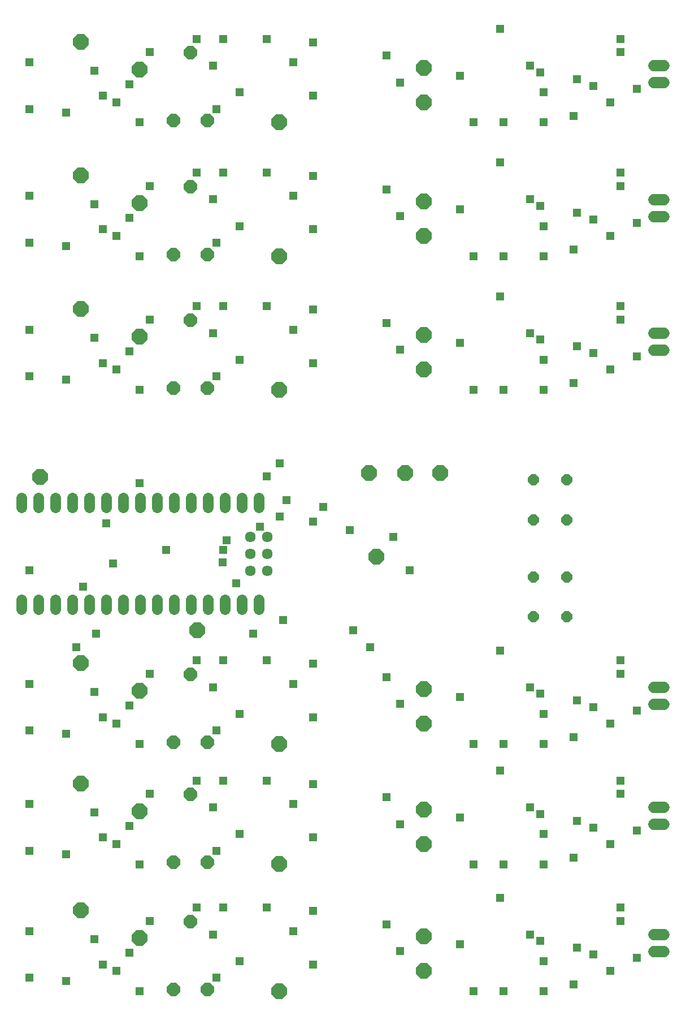
<source format=gbs>
G75*
%MOIN*%
%OFA0B0*%
%FSLAX25Y25*%
%IPPOS*%
%LPD*%
%AMOC8*
5,1,8,0,0,1.08239X$1,22.5*
%
%ADD10C,0.06000*%
%ADD11C,0.06800*%
%ADD12OC8,0.07000*%
%ADD13OC8,0.07800*%
%ADD14OC8,0.08500*%
%ADD15OC8,0.09300*%
%ADD16OC8,0.05600*%
%ADD17OC8,0.06400*%
%ADD18C,0.05550*%
%ADD19C,0.06350*%
%ADD20C,0.05550*%
%ADD21C,0.06350*%
%ADD22R,0.04362X0.04362*%
%ADD23R,0.05162X0.05162*%
D10*
X0430783Y0161013D02*
X0436783Y0161013D01*
X0436783Y0171013D02*
X0430783Y0171013D01*
X0430783Y0235816D02*
X0436783Y0235816D01*
X0436783Y0245816D02*
X0430783Y0245816D01*
X0430783Y0306682D02*
X0436783Y0306682D01*
X0436783Y0316682D02*
X0430783Y0316682D01*
X0430783Y0515343D02*
X0436783Y0515343D01*
X0436783Y0525343D02*
X0430783Y0525343D01*
X0430783Y0594083D02*
X0436783Y0594083D01*
X0436783Y0604083D02*
X0430783Y0604083D01*
X0430783Y0672824D02*
X0436783Y0672824D01*
X0436783Y0682824D02*
X0430783Y0682824D01*
D11*
X0436783Y0682824D01*
X0436783Y0672824D02*
X0430783Y0672824D01*
X0430783Y0604083D02*
X0436783Y0604083D01*
X0436783Y0594083D02*
X0430783Y0594083D01*
X0430783Y0525343D02*
X0436783Y0525343D01*
X0436783Y0515343D02*
X0430783Y0515343D01*
X0430783Y0316682D02*
X0436783Y0316682D01*
X0436783Y0306682D02*
X0430783Y0306682D01*
X0430783Y0245816D02*
X0436783Y0245816D01*
X0436783Y0235816D02*
X0430783Y0235816D01*
X0430783Y0171013D02*
X0436783Y0171013D01*
X0436783Y0161013D02*
X0430783Y0161013D01*
D12*
X0167287Y0138690D03*
X0147287Y0138690D03*
X0157287Y0178690D03*
X0147287Y0213493D03*
X0167287Y0213493D03*
X0157287Y0253493D03*
X0147287Y0284359D03*
X0167287Y0284359D03*
X0157287Y0324359D03*
X0147287Y0493020D03*
X0167287Y0493020D03*
X0157287Y0533020D03*
X0147287Y0571761D03*
X0167287Y0571761D03*
X0157287Y0611761D03*
X0147287Y0650501D03*
X0167287Y0650501D03*
X0157287Y0690501D03*
D13*
X0157287Y0690501D03*
X0147287Y0650501D03*
X0167287Y0650501D03*
X0157287Y0611761D03*
X0147287Y0571761D03*
X0167287Y0571761D03*
X0157287Y0533020D03*
X0147287Y0493020D03*
X0167287Y0493020D03*
X0157287Y0324359D03*
X0147287Y0284359D03*
X0167287Y0284359D03*
X0157287Y0253493D03*
X0147287Y0213493D03*
X0167287Y0213493D03*
X0157287Y0178690D03*
X0147287Y0138690D03*
X0167287Y0138690D03*
D14*
X0209807Y0137666D03*
X0209807Y0212469D03*
X0209807Y0283335D03*
X0161382Y0350265D03*
X0127366Y0314517D03*
X0092760Y0330894D03*
X0092760Y0260028D03*
X0127366Y0243650D03*
X0092760Y0185225D03*
X0127366Y0168847D03*
X0266972Y0393572D03*
X0262917Y0443099D03*
X0284138Y0443099D03*
X0304689Y0443099D03*
X0295161Y0503808D03*
X0295004Y0524280D03*
X0295161Y0582548D03*
X0295004Y0603020D03*
X0295161Y0661288D03*
X0295004Y0681761D03*
X0209807Y0649477D03*
X0209807Y0570737D03*
X0209807Y0491997D03*
X0127366Y0523178D03*
X0092760Y0539556D03*
X0127366Y0601918D03*
X0092760Y0618296D03*
X0127366Y0680658D03*
X0092760Y0697036D03*
X0068862Y0440501D03*
X0295004Y0315619D03*
X0295161Y0295146D03*
X0295004Y0244753D03*
X0295161Y0224280D03*
X0295004Y0169950D03*
X0295161Y0149477D03*
D15*
X0295161Y0149477D03*
X0295004Y0169950D03*
X0295161Y0224280D03*
X0295004Y0244753D03*
X0295161Y0295146D03*
X0295004Y0315619D03*
X0266972Y0393572D03*
X0262917Y0443099D03*
X0284138Y0443099D03*
X0304689Y0443099D03*
X0295161Y0503808D03*
X0295004Y0524280D03*
X0295161Y0582548D03*
X0295004Y0603020D03*
X0295161Y0661288D03*
X0295004Y0681761D03*
X0209807Y0649477D03*
X0209807Y0570737D03*
X0209807Y0491997D03*
X0127366Y0523178D03*
X0092760Y0539556D03*
X0127366Y0601918D03*
X0092760Y0618296D03*
X0127366Y0680658D03*
X0092760Y0697036D03*
X0068862Y0440501D03*
X0092760Y0330894D03*
X0127366Y0314517D03*
X0161382Y0350265D03*
X0209807Y0283335D03*
X0209807Y0212469D03*
X0209807Y0137666D03*
X0127366Y0168847D03*
X0092760Y0185225D03*
X0127366Y0243650D03*
X0092760Y0260028D03*
D16*
X0359810Y0358110D03*
X0359810Y0381710D03*
X0379410Y0381710D03*
X0379410Y0358110D03*
X0379410Y0415197D03*
X0379410Y0438797D03*
X0359810Y0438797D03*
X0359810Y0415197D03*
D17*
X0359810Y0415197D03*
X0359810Y0438797D03*
X0379410Y0438797D03*
X0379410Y0415197D03*
X0379410Y0381710D03*
X0379410Y0358110D03*
X0359810Y0358110D03*
X0359810Y0381710D03*
D18*
X0197917Y0368118D02*
X0197917Y0362569D01*
X0187917Y0362569D02*
X0187917Y0368118D01*
X0177917Y0368118D02*
X0177917Y0362569D01*
X0167917Y0362569D02*
X0167917Y0368118D01*
X0157917Y0368118D02*
X0157917Y0362569D01*
X0147917Y0362569D02*
X0147917Y0368118D01*
X0137917Y0368118D02*
X0137917Y0362569D01*
X0127917Y0362569D02*
X0127917Y0368118D01*
X0117917Y0368118D02*
X0117917Y0362569D01*
X0107917Y0362569D02*
X0107917Y0368118D01*
X0097917Y0368118D02*
X0097917Y0362569D01*
X0087917Y0362569D02*
X0087917Y0368118D01*
X0077917Y0368118D02*
X0077917Y0362569D01*
X0067917Y0362569D02*
X0067917Y0368118D01*
X0057917Y0368118D02*
X0057917Y0362569D01*
X0057917Y0422569D02*
X0057917Y0428118D01*
X0067917Y0428118D02*
X0067917Y0422569D01*
X0077917Y0422569D02*
X0077917Y0428118D01*
X0087917Y0428118D02*
X0087917Y0422569D01*
X0097917Y0422569D02*
X0097917Y0428118D01*
X0107917Y0428118D02*
X0107917Y0422569D01*
X0117917Y0422569D02*
X0117917Y0428118D01*
X0127917Y0428118D02*
X0127917Y0422569D01*
X0137917Y0422569D02*
X0137917Y0428118D01*
X0147917Y0428118D02*
X0147917Y0422569D01*
X0157917Y0422569D02*
X0157917Y0428118D01*
X0167917Y0428118D02*
X0167917Y0422569D01*
X0177917Y0422569D02*
X0177917Y0428118D01*
X0187917Y0428118D02*
X0187917Y0422569D01*
X0197917Y0422569D02*
X0197917Y0428118D01*
D19*
X0197917Y0422569D01*
X0187917Y0422569D02*
X0187917Y0428118D01*
X0177917Y0428118D02*
X0177917Y0422569D01*
X0167917Y0422569D02*
X0167917Y0428118D01*
X0157917Y0428118D02*
X0157917Y0422569D01*
X0147917Y0422569D02*
X0147917Y0428118D01*
X0137917Y0428118D02*
X0137917Y0422569D01*
X0127917Y0422569D02*
X0127917Y0428118D01*
X0117917Y0428118D02*
X0117917Y0422569D01*
X0107917Y0422569D02*
X0107917Y0428118D01*
X0097917Y0428118D02*
X0097917Y0422569D01*
X0087917Y0422569D02*
X0087917Y0428118D01*
X0077917Y0428118D02*
X0077917Y0422569D01*
X0067917Y0422569D02*
X0067917Y0428118D01*
X0057917Y0428118D02*
X0057917Y0422569D01*
X0057917Y0368118D02*
X0057917Y0362569D01*
X0067917Y0362569D02*
X0067917Y0368118D01*
X0077917Y0368118D02*
X0077917Y0362569D01*
X0087917Y0362569D02*
X0087917Y0368118D01*
X0097917Y0368118D02*
X0097917Y0362569D01*
X0107917Y0362569D02*
X0107917Y0368118D01*
X0117917Y0368118D02*
X0117917Y0362569D01*
X0127917Y0362569D02*
X0127917Y0368118D01*
X0137917Y0368118D02*
X0137917Y0362569D01*
X0147917Y0362569D02*
X0147917Y0368118D01*
X0157917Y0368118D02*
X0157917Y0362569D01*
X0167917Y0362569D02*
X0167917Y0368118D01*
X0177917Y0368118D02*
X0177917Y0362569D01*
X0187917Y0362569D02*
X0187917Y0368118D01*
X0197917Y0368118D02*
X0197917Y0362569D01*
D20*
X0192917Y0385343D03*
X0192917Y0395343D03*
X0192917Y0405343D03*
X0202917Y0405343D03*
X0202917Y0395343D03*
X0202917Y0385343D03*
D21*
X0202917Y0385343D03*
X0202917Y0395343D03*
X0202917Y0405343D03*
X0192917Y0405343D03*
X0192917Y0395343D03*
X0192917Y0385343D03*
D22*
X0184571Y0377784D03*
X0176303Y0390383D03*
X0176697Y0397469D03*
X0178665Y0403375D03*
X0198350Y0411249D03*
X0210161Y0417154D03*
X0214098Y0426997D03*
X0202287Y0440776D03*
X0210161Y0448650D03*
X0229846Y0414202D03*
X0235752Y0423060D03*
X0251500Y0409280D03*
X0277169Y0405422D03*
X0286933Y0385658D03*
X0263311Y0340383D03*
X0253469Y0350225D03*
X0273154Y0322666D03*
X0281028Y0306918D03*
X0316461Y0310855D03*
X0324335Y0283296D03*
X0342051Y0283296D03*
X0340083Y0267548D03*
X0357799Y0245894D03*
X0363705Y0241957D03*
X0365673Y0230146D03*
X0365673Y0212430D03*
X0383390Y0216367D03*
X0395201Y0234083D03*
X0385358Y0238020D03*
X0405043Y0224241D03*
X0420791Y0232115D03*
X0410949Y0253769D03*
X0410949Y0261643D03*
X0405043Y0295107D03*
X0395201Y0304950D03*
X0385358Y0308887D03*
X0383390Y0287233D03*
X0365673Y0283296D03*
X0365673Y0301013D03*
X0363705Y0312824D03*
X0357799Y0316761D03*
X0340083Y0338414D03*
X0316461Y0239989D03*
X0324335Y0212430D03*
X0342051Y0212430D03*
X0340083Y0192745D03*
X0357799Y0171091D03*
X0363705Y0167154D03*
X0365673Y0155343D03*
X0365673Y0137627D03*
X0383390Y0141564D03*
X0395201Y0159280D03*
X0385358Y0163217D03*
X0405043Y0149438D03*
X0420791Y0157312D03*
X0410949Y0178965D03*
X0410949Y0186839D03*
X0342051Y0137627D03*
X0324335Y0137627D03*
X0316461Y0165186D03*
X0281028Y0161249D03*
X0273154Y0176997D03*
X0281028Y0236052D03*
X0273154Y0251800D03*
X0229846Y0259674D03*
X0218035Y0247863D03*
X0202287Y0261643D03*
X0186539Y0230146D03*
X0172760Y0220304D03*
X0170791Y0245894D03*
X0176697Y0261643D03*
X0160949Y0261643D03*
X0172760Y0291170D03*
X0186539Y0301013D03*
X0170791Y0316761D03*
X0176697Y0332509D03*
X0194413Y0348257D03*
X0202287Y0332509D03*
X0218035Y0318729D03*
X0229846Y0330540D03*
X0212130Y0356131D03*
X0229846Y0299044D03*
X0229846Y0228178D03*
X0202287Y0186839D03*
X0218035Y0173060D03*
X0229846Y0184871D03*
X0229846Y0153375D03*
X0186539Y0155343D03*
X0172760Y0145501D03*
X0170791Y0171091D03*
X0176697Y0186839D03*
X0160949Y0186839D03*
X0133390Y0178965D03*
X0121579Y0160265D03*
X0113705Y0149438D03*
X0105831Y0153375D03*
X0100909Y0168139D03*
X0084177Y0143532D03*
X0062524Y0145501D03*
X0062524Y0173060D03*
X0062524Y0220304D03*
X0062524Y0247863D03*
X0084177Y0218335D03*
X0100909Y0242942D03*
X0105831Y0228178D03*
X0113705Y0224241D03*
X0121579Y0235068D03*
X0133390Y0253769D03*
X0127484Y0283296D03*
X0113705Y0295107D03*
X0105831Y0299044D03*
X0100909Y0313808D03*
X0084177Y0289202D03*
X0062524Y0291170D03*
X0062524Y0318729D03*
X0090083Y0340383D03*
X0101894Y0348257D03*
X0094020Y0375816D03*
X0111736Y0389595D03*
X0107799Y0413217D03*
X0127484Y0436839D03*
X0143232Y0397469D03*
X0160949Y0332509D03*
X0133390Y0324635D03*
X0121579Y0305934D03*
X0062524Y0385658D03*
X0127484Y0491957D03*
X0113705Y0503769D03*
X0121579Y0514595D03*
X0105831Y0507706D03*
X0100909Y0522469D03*
X0084177Y0497863D03*
X0062524Y0499831D03*
X0062524Y0527391D03*
X0084177Y0576603D03*
X0105831Y0586446D03*
X0113705Y0582509D03*
X0121579Y0593335D03*
X0133390Y0612036D03*
X0160949Y0619910D03*
X0170791Y0604162D03*
X0176697Y0619910D03*
X0186539Y0588414D03*
X0172760Y0578572D03*
X0176697Y0541170D03*
X0170791Y0525422D03*
X0160949Y0541170D03*
X0133390Y0533296D03*
X0127484Y0570698D03*
X0100909Y0601209D03*
X0127484Y0649438D03*
X0113705Y0661249D03*
X0121579Y0672076D03*
X0105831Y0665186D03*
X0100909Y0679950D03*
X0084177Y0655343D03*
X0062524Y0657312D03*
X0062524Y0684871D03*
X0062524Y0606131D03*
X0062524Y0578572D03*
X0133390Y0690776D03*
X0160949Y0698650D03*
X0170791Y0682902D03*
X0176697Y0698650D03*
X0186539Y0667154D03*
X0172760Y0657312D03*
X0202287Y0619910D03*
X0218035Y0606131D03*
X0229846Y0617942D03*
X0229846Y0586446D03*
X0202287Y0541170D03*
X0218035Y0527391D03*
X0229846Y0539202D03*
X0229846Y0507706D03*
X0186539Y0509674D03*
X0172760Y0499831D03*
X0273154Y0531328D03*
X0281028Y0515580D03*
X0316461Y0519517D03*
X0324335Y0491957D03*
X0342051Y0491957D03*
X0365673Y0491957D03*
X0365673Y0509674D03*
X0363705Y0521485D03*
X0357799Y0525422D03*
X0340083Y0547076D03*
X0342051Y0570698D03*
X0324335Y0570698D03*
X0316461Y0598257D03*
X0340083Y0625816D03*
X0342051Y0649438D03*
X0324335Y0649438D03*
X0316461Y0676997D03*
X0340083Y0704556D03*
X0357799Y0682902D03*
X0363705Y0678965D03*
X0365673Y0667154D03*
X0365673Y0649438D03*
X0383390Y0653375D03*
X0395201Y0671091D03*
X0385358Y0675028D03*
X0405043Y0661249D03*
X0420791Y0669123D03*
X0410949Y0690776D03*
X0410949Y0698650D03*
X0410949Y0619910D03*
X0410949Y0612036D03*
X0420791Y0590383D03*
X0405043Y0582509D03*
X0395201Y0592351D03*
X0385358Y0596288D03*
X0383390Y0574635D03*
X0365673Y0570698D03*
X0365673Y0588414D03*
X0363705Y0600225D03*
X0357799Y0604162D03*
X0410949Y0541170D03*
X0410949Y0533296D03*
X0420791Y0511643D03*
X0405043Y0503769D03*
X0395201Y0513611D03*
X0385358Y0517548D03*
X0383390Y0495894D03*
X0281028Y0594320D03*
X0273154Y0610068D03*
X0281028Y0673060D03*
X0273154Y0688808D03*
X0229846Y0696682D03*
X0218035Y0684871D03*
X0202287Y0698650D03*
X0229846Y0665186D03*
X0410949Y0332509D03*
X0410949Y0324635D03*
X0420791Y0302981D03*
X0127484Y0212430D03*
X0127484Y0137627D03*
D23*
X0062524Y0145501D03*
X0062524Y0173060D03*
X0084177Y0143532D03*
X0100909Y0168139D03*
X0105831Y0153375D03*
X0113705Y0149438D03*
X0121579Y0160265D03*
X0133390Y0178965D03*
X0127484Y0212430D03*
X0113705Y0224241D03*
X0121579Y0235068D03*
X0105831Y0228178D03*
X0100909Y0242942D03*
X0084177Y0218335D03*
X0062524Y0220304D03*
X0062524Y0247863D03*
X0062524Y0291170D03*
X0062524Y0318729D03*
X0084177Y0289202D03*
X0100909Y0313808D03*
X0105831Y0299044D03*
X0113705Y0295107D03*
X0121579Y0305934D03*
X0133390Y0324635D03*
X0160949Y0332509D03*
X0170791Y0316761D03*
X0176697Y0332509D03*
X0194413Y0348257D03*
X0202287Y0332509D03*
X0218035Y0318729D03*
X0229846Y0330540D03*
X0212130Y0356131D03*
X0184571Y0377784D03*
X0176303Y0390383D03*
X0176697Y0397469D03*
X0178665Y0403375D03*
X0198350Y0411249D03*
X0210161Y0417154D03*
X0214098Y0426997D03*
X0202287Y0440776D03*
X0210161Y0448650D03*
X0229846Y0414202D03*
X0235752Y0423060D03*
X0251500Y0409280D03*
X0277169Y0405422D03*
X0286933Y0385658D03*
X0263311Y0340383D03*
X0253469Y0350225D03*
X0273154Y0322666D03*
X0281028Y0306918D03*
X0316461Y0310855D03*
X0324335Y0283296D03*
X0342051Y0283296D03*
X0340083Y0267548D03*
X0357799Y0245894D03*
X0363705Y0241957D03*
X0365673Y0230146D03*
X0365673Y0212430D03*
X0383390Y0216367D03*
X0395201Y0234083D03*
X0385358Y0238020D03*
X0405043Y0224241D03*
X0420791Y0232115D03*
X0410949Y0253769D03*
X0410949Y0261643D03*
X0405043Y0295107D03*
X0395201Y0304950D03*
X0385358Y0308887D03*
X0383390Y0287233D03*
X0365673Y0283296D03*
X0365673Y0301013D03*
X0363705Y0312824D03*
X0357799Y0316761D03*
X0340083Y0338414D03*
X0316461Y0239989D03*
X0324335Y0212430D03*
X0342051Y0212430D03*
X0340083Y0192745D03*
X0357799Y0171091D03*
X0363705Y0167154D03*
X0365673Y0155343D03*
X0365673Y0137627D03*
X0383390Y0141564D03*
X0395201Y0159280D03*
X0385358Y0163217D03*
X0405043Y0149438D03*
X0420791Y0157312D03*
X0410949Y0178965D03*
X0410949Y0186839D03*
X0342051Y0137627D03*
X0324335Y0137627D03*
X0316461Y0165186D03*
X0281028Y0161249D03*
X0273154Y0176997D03*
X0281028Y0236052D03*
X0273154Y0251800D03*
X0229846Y0259674D03*
X0218035Y0247863D03*
X0202287Y0261643D03*
X0186539Y0230146D03*
X0172760Y0220304D03*
X0170791Y0245894D03*
X0176697Y0261643D03*
X0160949Y0261643D03*
X0172760Y0291170D03*
X0186539Y0301013D03*
X0229846Y0299044D03*
X0229846Y0228178D03*
X0202287Y0186839D03*
X0218035Y0173060D03*
X0229846Y0184871D03*
X0229846Y0153375D03*
X0186539Y0155343D03*
X0172760Y0145501D03*
X0170791Y0171091D03*
X0176697Y0186839D03*
X0160949Y0186839D03*
X0127484Y0137627D03*
X0133390Y0253769D03*
X0127484Y0283296D03*
X0090083Y0340383D03*
X0101894Y0348257D03*
X0094020Y0375816D03*
X0111736Y0389595D03*
X0107799Y0413217D03*
X0127484Y0436839D03*
X0143232Y0397469D03*
X0127484Y0491957D03*
X0113705Y0503769D03*
X0121579Y0514595D03*
X0105831Y0507706D03*
X0100909Y0522469D03*
X0084177Y0497863D03*
X0062524Y0499831D03*
X0062524Y0527391D03*
X0084177Y0576603D03*
X0105831Y0586446D03*
X0113705Y0582509D03*
X0121579Y0593335D03*
X0133390Y0612036D03*
X0160949Y0619910D03*
X0170791Y0604162D03*
X0176697Y0619910D03*
X0186539Y0588414D03*
X0172760Y0578572D03*
X0176697Y0541170D03*
X0170791Y0525422D03*
X0160949Y0541170D03*
X0133390Y0533296D03*
X0127484Y0570698D03*
X0100909Y0601209D03*
X0127484Y0649438D03*
X0113705Y0661249D03*
X0121579Y0672076D03*
X0105831Y0665186D03*
X0100909Y0679950D03*
X0084177Y0655343D03*
X0062524Y0657312D03*
X0062524Y0684871D03*
X0062524Y0606131D03*
X0062524Y0578572D03*
X0133390Y0690776D03*
X0160949Y0698650D03*
X0170791Y0682902D03*
X0176697Y0698650D03*
X0186539Y0667154D03*
X0172760Y0657312D03*
X0202287Y0619910D03*
X0218035Y0606131D03*
X0229846Y0617942D03*
X0229846Y0586446D03*
X0202287Y0541170D03*
X0218035Y0527391D03*
X0229846Y0539202D03*
X0229846Y0507706D03*
X0186539Y0509674D03*
X0172760Y0499831D03*
X0273154Y0531328D03*
X0281028Y0515580D03*
X0316461Y0519517D03*
X0324335Y0491957D03*
X0342051Y0491957D03*
X0365673Y0491957D03*
X0365673Y0509674D03*
X0363705Y0521485D03*
X0357799Y0525422D03*
X0340083Y0547076D03*
X0342051Y0570698D03*
X0324335Y0570698D03*
X0316461Y0598257D03*
X0340083Y0625816D03*
X0342051Y0649438D03*
X0324335Y0649438D03*
X0316461Y0676997D03*
X0340083Y0704556D03*
X0357799Y0682902D03*
X0363705Y0678965D03*
X0365673Y0667154D03*
X0365673Y0649438D03*
X0383390Y0653375D03*
X0395201Y0671091D03*
X0385358Y0675028D03*
X0405043Y0661249D03*
X0420791Y0669123D03*
X0410949Y0690776D03*
X0410949Y0698650D03*
X0410949Y0619910D03*
X0410949Y0612036D03*
X0420791Y0590383D03*
X0405043Y0582509D03*
X0395201Y0592351D03*
X0385358Y0596288D03*
X0383390Y0574635D03*
X0365673Y0570698D03*
X0365673Y0588414D03*
X0363705Y0600225D03*
X0357799Y0604162D03*
X0410949Y0541170D03*
X0410949Y0533296D03*
X0420791Y0511643D03*
X0405043Y0503769D03*
X0395201Y0513611D03*
X0385358Y0517548D03*
X0383390Y0495894D03*
X0281028Y0594320D03*
X0273154Y0610068D03*
X0281028Y0673060D03*
X0273154Y0688808D03*
X0229846Y0696682D03*
X0218035Y0684871D03*
X0202287Y0698650D03*
X0229846Y0665186D03*
X0062524Y0385658D03*
X0410949Y0332509D03*
X0410949Y0324635D03*
X0420791Y0302981D03*
M02*

</source>
